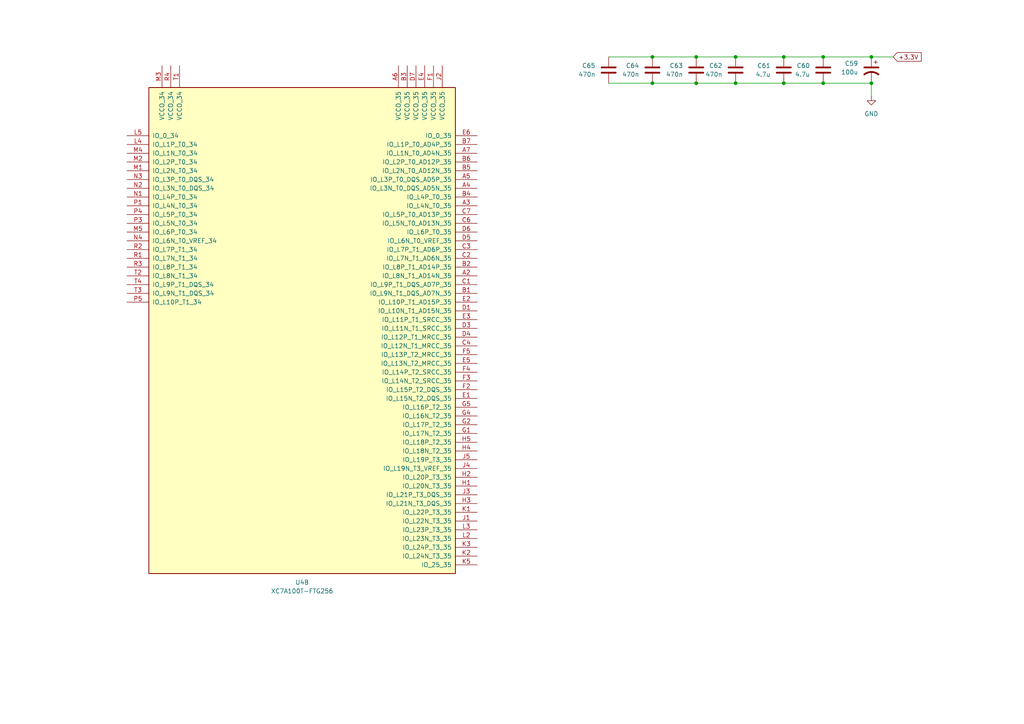
<source format=kicad_sch>
(kicad_sch (version 20231120) (generator "eeschema") (generator_version "8.0")
  (paper "A4")
  (lib_symbols
    (symbol "Device:C" (pin_numbers hide) (pin_names (offset 0.254))
      (property "Reference" "C" (at 0.635 2.54 0))
      (property "Value" "C" (at 0.635 -2.54 0))
      (symbol "C_0_1"
        (polyline (pts (xy -2.032 -0.762) (xy 2.032 -0.762)) (stroke (width 0.508)))
        (polyline (pts (xy -2.032 0.762) (xy 2.032 0.762)) (stroke (width 0.508)))
      )
      (symbol "C_1_1"
        (pin passive line (at 0 3.81 270) (length 2.794) (name "~") (number "1"))
        (pin passive line (at 0 -3.81 90) (length 2.794) (name "~") (number "2"))
      )
    )
    (symbol "Device:C_Polarized_US" (pin_numbers hide) (pin_names (offset 0.254) hide)
      (property "Reference" "C" (at 0.635 2.54 0))
      (property "Value" "C_Polarized_US" (at 0.635 -2.54 0))
      (symbol "C_Polarized_US_0_1"
        (polyline (pts (xy -2.032 0.762) (xy 2.032 0.762)) (stroke (width 0.508)))
        (polyline (pts (xy -1.778 2.286) (xy -0.762 2.286)))
        (polyline (pts (xy -1.27 1.778) (xy -1.27 2.794)))
        (arc (start 2.032 -1.27) (mid 0 -0.5572) (end -2.032 -1.27) (stroke (width 0.508)))
      )
      (symbol "C_Polarized_US_1_1"
        (pin passive line (at 0 3.81 270) (length 2.794) (name "~") (number "1"))
        (pin passive line (at 0 -3.81 90) (length 3.302) (name "~") (number "2"))
      )
    )
    (symbol "FPGA_Xilinx_Artix7:XC7A100T-FTG256" (pin_names (offset 1.016))
      (property "Reference" "U" (at 0 1.27 0))
      (property "Value" "XC7A100T-FTG256" (at 0 -1.27 0))
      (symbol "XC7A100T-FTG256_1_1"
        (rectangle (start -44.45 67.31) (end 44.45 -73.66) (stroke (width 0.254)) (fill (type background)))
        (pin bidirectional line (at 50.8 38.1 180) (length 6.35) (name "IO_L3N_T0_DQS_AD1N_15") (number "A10"))
        (pin bidirectional line (at 50.8 27.94 180) (length 6.35) (name "IO_L5N_T0_AD9N_15") (number "A12"))
        (pin bidirectional line (at 50.8 20.32 180) (length 6.35) (name "IO_L7P_T1_AD2P_15") (number "A13"))
        (pin bidirectional line (at 50.8 17.78 180) (length 6.35) (name "IO_L7N_T1_AD2N_15") (number "A14"))
        (pin bidirectional line (at 50.8 7.62 180) (length 6.35) (name "IO_L9N_T1_DQS_AD3N_15") (number "A15"))
        (pin power_in line (at 27.94 73.66 270) (length 6.35) (name "VCCO_15") (number "A16"))
        (pin bidirectional line (at 50.8 45.72 180) (length 6.35) (name "IO_L2P_T0_AD8P_15") (number "A8"))
        (pin bidirectional line (at 50.8 43.18 180) (length 6.35) (name "IO_L2N_T0_AD8N_15") (number "A9"))
        (pin bidirectional line (at 50.8 35.56 180) (length 6.35) (name "IO_L4P_T0_15") (number "B10"))
        (pin bidirectional line (at 50.8 33.02 180) (length 6.35) (name "IO_L4N_T0_15") (number "B11"))
        (pin bidirectional line (at 50.8 30.48 180) (length 6.35) (name "IO_L5P_T0_AD9P_15") (number "B12"))
        (pin power_in line (at 30.48 73.66 270) (length 6.35) (name "VCCO_15") (number "B13"))
        (pin bidirectional line (at 50.8 12.7 180) (length 6.35) (name "IO_L8N_T1_AD10N_15") (number "B14"))
        (pin bidirectional line (at 50.8 10.16 180) (length 6.35) (name "IO_L9P_T1_DQS_AD3P_15") (number "B15"))
        (pin bidirectional line (at 50.8 2.54 180) (length 6.35) (name "IO_L10N_T1_AD11N_15") (number "B16"))
        (pin bidirectional line (at 50.8 40.64 180) (length 6.35) (name "IO_L3P_T0_DQS_AD1P_15") (number "B9"))
        (pin power_in line (at 33.02 73.66 270) (length 6.35) (name "VCCO_15") (number "C10"))
        (pin bidirectional line (at 50.8 0 180) (length 6.35) (name "IO_L11P_T1_SRCC_15") (number "C11"))
        (pin bidirectional line (at 50.8 -2.54 180) (length 6.35) (name "IO_L11N_T1_SRCC_15") (number "C12"))
        (pin bidirectional line (at 50.8 -7.62 180) (length 6.35) (name "IO_L12N_T1_MRCC_15") (number "C13"))
        (pin bidirectional line (at 50.8 15.24 180) (length 6.35) (name "IO_L8P_T1_AD10P_15") (number "C14"))
        (pin bidirectional line (at 50.8 5.08 180) (length 6.35) (name "IO_L10P_T1_AD11P_15") (number "C16"))
        (pin bidirectional line (at 50.8 50.8 180) (length 6.35) (name "IO_L1P_T0_AD0P_15") (number "C8"))
        (pin bidirectional line (at 50.8 48.26 180) (length 6.35) (name "IO_L1N_T0_AD0N_15") (number "C9"))
        (pin bidirectional line (at 50.8 53.34 180) (length 6.35) (name "IO_0_15") (number "D10"))
        (pin bidirectional line (at 50.8 -17.78 180) (length 6.35) (name "IO_L14N_T2_SRCC_15") (number "D11"))
        (pin bidirectional line (at 50.8 -5.08 180) (length 6.35) (name "IO_L12P_T1_MRCC_15") (number "D13"))
        (pin bidirectional line (at 50.8 -20.32 180) (length 6.35) (name "IO_L15P_T2_DQS_15") (number "D14"))
        (pin bidirectional line (at 50.8 -22.86 180) (length 6.35) (name "IO_L15N_T2_DQS_ADV_B_15") (number "D15"))
        (pin bidirectional line (at 50.8 -33.02 180) (length 6.35) (name "IO_L17N_T2_A25_15") (number "D16"))
        (pin bidirectional line (at 50.8 25.4 180) (length 6.35) (name "IO_L6P_T0_15") (number "D8"))
        (pin bidirectional line (at 50.8 22.86 180) (length 6.35) (name "IO_L6N_T0_VREF_15") (number "D9"))
        (pin bidirectional line (at 50.8 -15.24 180) (length 6.35) (name "IO_L14P_T2_SRCC_15") (number "E11"))
        (pin bidirectional line (at 50.8 -10.16 180) (length 6.35) (name "IO_L13P_T2_MRCC_15") (number "E12"))
        (pin bidirectional line (at 50.8 -12.7 180) (length 6.35) (name "IO_L13N_T2_MRCC_15") (number "E13"))
        (pin power_in line (at 35.56 73.66 270) (length 6.35) (name "VCCO_15") (number "E14"))
        (pin bidirectional line (at 50.8 -38.1 180) (length 6.35) (name "IO_L18N_T2_A23_15") (number "E15"))
        (pin bidirectional line (at 50.8 -30.48 180) (length 6.35) (name "IO_L17P_T2_A26_15") (number "E16"))
        (pin bidirectional line (at 50.8 -25.4 180) (length 6.35) (name "IO_L16P_T2_A28_15") (number "F12"))
        (pin bidirectional line (at 50.8 -27.94 180) (length 6.35) (name "IO_L16N_T2_A27_15") (number "F13"))
        (pin bidirectional line (at 50.8 -53.34 180) (length 6.35) (name "IO_L21N_T3_DQS_A18_15") (number "F14"))
        (pin bidirectional line (at 50.8 -35.56 180) (length 6.35) (name "IO_L18P_T2_A24_15") (number "F15"))
        (pin bidirectional line (at 50.8 -71.12 180) (length 6.35) (name "IO_25_15") (number "G11"))
        (pin bidirectional line (at 50.8 -43.18 180) (length 6.35) (name "IO_L19N_T3_A21_VREF_15") (number "G12"))
        (pin bidirectional line (at 50.8 -50.8 180) (length 6.35) (name "IO_L21P_T3_DQS_15") (number "G14"))
        (pin bidirectional line (at 50.8 -68.58 180) (length 6.35) (name "IO_L24N_T3_RS0_15") (number "G15"))
        (pin bidirectional line (at 50.8 -58.42 180) (length 6.35) (name "IO_L22N_T3_A16_15") (number "G16"))
        (pin bidirectional line (at 50.8 -40.64 180) (length 6.35) (name "IO_L19P_T3_A22_15") (number "H11"))
        (pin bidirectional line (at 50.8 -45.72 180) (length 6.35) (name "IO_L20P_T3_A20_15") (number "H12"))
        (pin bidirectional line (at 50.8 -48.26 180) (length 6.35) (name "IO_L20N_T3_A19_15") (number "H13"))
        (pin bidirectional line (at 50.8 -66.04 180) (length 6.35) (name "IO_L24P_T3_RS1_15") (number "H14"))
        (pin power_in line (at 38.1 73.66 270) (length 6.35) (name "VCCO_15") (number "H15"))
        (pin bidirectional line (at 50.8 -55.88 180) (length 6.35) (name "IO_L22P_T3_A17_15") (number "H16"))
        (pin power_in line (at 40.64 73.66 270) (length 6.35) (name "VCCO_15") (number "J12"))
        (pin bidirectional line (at -50.8 50.8 0) (length 6.35) (name "IO_L1P_T0_D00_MOSI_14") (number "J13"))
        (pin bidirectional line (at -50.8 48.26 0) (length 6.35) (name "IO_L1N_T0_D01_DIN_14") (number "J14"))
        (pin bidirectional line (at 50.8 -60.96 180) (length 6.35) (name "IO_L23P_T3_FOE_B_15") (number "J15"))
        (pin bidirectional line (at 50.8 -63.5 180) (length 6.35) (name "IO_L23N_T3_FWE_B_15") (number "J16"))
        (pin bidirectional line (at -50.8 53.34 0) (length 6.35) (name "IO_0_14") (number "K12"))
        (pin bidirectional line (at -50.8 30.48 0) (length 6.35) (name "IO_L5P_T0_D06_14") (number "K13"))
        (pin bidirectional line (at -50.8 45.72 0) (length 6.35) (name "IO_L2P_T0_D02_14") (number "K15"))
        (pin bidirectional line (at -50.8 43.18 0) (length 6.35) (name "IO_L2N_T0_D03_14") (number "K16"))
        (pin bidirectional line (at -50.8 25.4 0) (length 6.35) (name "IO_L6P_T0_FCS_B_14") (number "L12"))
        (pin bidirectional line (at -50.8 27.94 0) (length 6.35) (name "IO_L5N_T0_D07_14") (number "L13"))
        (pin bidirectional line (at -50.8 35.56 0) (length 6.35) (name "IO_L4P_T0_D04_14") (number "L14"))
        (pin bidirectional line (at -50.8 40.64 0) (length 6.35) (name "IO_L3P_T0_DQS_PUDC_B_14") (number "L15"))
        (pin power_in line (at -40.64 73.66 270) (length 6.35) (name "VCCO_14") (number "L16"))
        (pin bidirectional line (at -50.8 22.86 0) (length 6.35) (name "IO_L6N_T0_D08_VREF_14") (number "M12"))
        (pin power_in line (at -38.1 73.66 270) (length 6.35) (name "VCCO_14") (number "M13"))
        (pin bidirectional line (at -50.8 33.02 0) (length 6.35) (name "IO_L4N_T0_D05_14") (number "M14"))
        (pin bidirectional line (at -50.8 38.1 0) (length 6.35) (name "IO_L3N_T0_DQS_EMCCLK_14") (number "M15"))
        (pin bidirectional line (at -50.8 20.32 0) (length 6.35) (name "IO_L7P_T1_D09_14") (number "M16"))
        (pin bidirectional line (at -50.8 -40.64 0) (length 6.35) (name "IO_L19P_T3_A10_D26_14") (number "M6"))
        (pin power_in line (at -35.56 73.66 270) (length 6.35) (name "VCCO_14") (number "N10"))
        (pin bidirectional line (at -50.8 -10.16 0) (length 6.35) (name "IO_L13P_T2_MRCC_14") (number "N11"))
        (pin bidirectional line (at -50.8 -12.7 0) (length 6.35) (name "IO_L13N_T2_MRCC_14") (number "N12"))
        (pin bidirectional line (at -50.8 0 0) (length 6.35) (name "IO_L11P_T1_SRCC_14") (number "N13"))
        (pin bidirectional line (at -50.8 -5.08 0) (length 6.35) (name "IO_L12P_T1_MRCC_14") (number "N14"))
        (pin bidirectional line (at -50.8 17.78 0) (length 6.35) (name "IO_L7N_T1_D10_14") (number "N16"))
        (pin bidirectional line (at -50.8 -43.18 0) (length 6.35) (name "IO_L19N_T3_A09_D25_VREF_14") (number "N6"))
        (pin bidirectional line (at -50.8 -35.56 0) (length 6.35) (name "IO_L18P_T2_A12_D28_14") (number "N9"))
        (pin bidirectional line (at -50.8 -15.24 0) (length 6.35) (name "IO_L14P_T2_SRCC_14") (number "P10"))
        (pin bidirectional line (at -50.8 -17.78 0) (length 6.35) (name "IO_L14N_T2_SRCC_14") (number "P11"))
        (pin bidirectional line (at -50.8 -2.54 0) (length 6.35) (name "IO_L11N_T1_SRCC_14") (number "P13"))
        (pin bidirectional line (at -50.8 -7.62 0) (length 6.35) (name "IO_L12N_T1_MRCC_14") (number "P14"))
        (pin bidirectional line (at -50.8 15.24 0) (length 6.35) (name "IO_L8P_T1_D11_14") (number "P15"))
        (pin bidirectional line (at -50.8 12.7 0) (length 6.35) (name "IO_L8N_T1_D12_14") (number "P16"))
        (pin bidirectional line (at -50.8 -71.12 0) (length 6.35) (name "IO_25_14") (number "P6"))
        (pin power_in line (at -33.02 73.66 270) (length 6.35) (name "VCCO_14") (number "P7"))
        (pin bidirectional line (at -50.8 -45.72 0) (length 6.35) (name "IO_L20P_T3_A08_D24_14") (number "P8"))
        (pin bidirectional line (at -50.8 -38.1 0) (length 6.35) (name "IO_L18N_T2_A11_D27_14") (number "P9"))
        (pin bidirectional line (at -50.8 -30.48 0) (length 6.35) (name "IO_L17P_T2_A14_D30_14") (number "R10"))
        (pin bidirectional line (at -50.8 -33.02 0) (length 6.35) (name "IO_L17N_T2_A13_D29_14") (number "R11"))
        (pin bidirectional line (at -50.8 -20.32 0) (length 6.35) (name "IO_L15P_T2_DQS_RDWR_B_14") (number "R12"))
        (pin bidirectional line (at -50.8 -25.4 0) (length 6.35) (name "IO_L16P_T2_CSI_B_14") (number "R13"))
        (pin power_in line (at -30.48 73.66 270) (length 6.35) (name "VCCO_14") (number "R14"))
        (pin bidirectional line (at -50.8 10.16 0) (length 6.35) (name "IO_L9P_T1_DQS_14") (number "R15"))
        (pin bidirectional line (at -50.8 7.62 0) (length 6.35) (name "IO_L9N_T1_DQS_D13_14") (number "R16"))
        (pin bidirectional line (at -50.8 -60.96 0) (length 6.35) (name "IO_L23P_T3_A03_D19_14") (number "R5"))
        (pin bidirectional line (at -50.8 -66.04 0) (length 6.35) (name "IO_L24P_T3_A01_D17_14") (number "R6"))
        (pin bidirectional line (at -50.8 -68.58 0) (length 6.35) (name "IO_L24N_T3_A00_D16_14") (number "R7"))
        (pin bidirectional line (at -50.8 -48.26 0) (length 6.35) (name "IO_L20N_T3_A07_D23_14") (number "R8"))
        (pin bidirectional line (at -50.8 -58.42 0) (length 6.35) (name "IO_L22N_T3_A04_D20_14") (number "T10"))
        (pin power_in line (at -27.94 73.66 270) (length 6.35) (name "VCCO_14") (number "T11"))
        (pin bidirectional line (at -50.8 -22.86 0) (length 6.35) (name "IO_L15N_T2_DQS_DOUT_CSO_B_14") (number "T12"))
        (pin bidirectional line (at -50.8 -27.94 0) (length 6.35) (name "IO_L16N_T2_A15_D31_14") (number "T13"))
        (pin bidirectional line (at -50.8 5.08 0) (length 6.35) (name "IO_L10P_T1_D14_14") (number "T14"))
        (pin bidirectional line (at -50.8 2.54 0) (length 6.35) (name "IO_L10N_T1_D15_14") (number "T15"))
        (pin bidirectional line (at -50.8 -63.5 0) (length 6.35) (name "IO_L23N_T3_A02_D18_14") (number "T5"))
        (pin bidirectional line (at -50.8 -50.8 0) (length 6.35) (name "IO_L21P_T3_DQS_14") (number "T7"))
        (pin bidirectional line (at -50.8 -53.34 0) (length 6.35) (name "IO_L21N_T3_DQS_A06_D22_14") (number "T8"))
        (pin bidirectional line (at -50.8 -55.88 0) (length 6.35) (name "IO_L22P_T3_A05_D21_14") (number "T9"))
      )
      (symbol "XC7A100T-FTG256_2_1"
        (rectangle (start -44.45 67.31) (end 44.45 -73.66) (stroke (width 0.254)) (fill (type background)))
        (pin bidirectional line (at 50.8 12.7 180) (length 6.35) (name "IO_L8N_T1_AD14N_35") (number "A2"))
        (pin bidirectional line (at 50.8 33.02 180) (length 6.35) (name "IO_L4N_T0_35") (number "A3"))
        (pin bidirectional line (at 50.8 38.1 180) (length 6.35) (name "IO_L3N_T0_DQS_AD5N_35") (number "A4"))
        (pin bidirectional line (at 50.8 40.64 180) (length 6.35) (name "IO_L3P_T0_DQS_AD5P_35") (number "A5"))
        (pin power_in line (at 27.94 73.66 270) (length 6.35) (name "VCCO_35") (number "A6"))
        (pin bidirectional line (at 50.8 48.26 180) (length 6.35) (name "IO_L1N_T0_AD4N_35") (number "A7"))
        (pin bidirectional line (at 50.8 7.62 180) (length 6.35) (name "IO_L9N_T1_DQS_AD7N_35") (number "B1"))
        (pin bidirectional line (at 50.8 15.24 180) (length 6.35) (name "IO_L8P_T1_AD14P_35") (number "B2"))
        (pin power_in line (at 30.48 73.66 270) (length 6.35) (name "VCCO_35") (number "B3"))
        (pin bidirectional line (at 50.8 35.56 180) (length 6.35) (name "IO_L4P_T0_35") (number "B4"))
        (pin bidirectional line (at 50.8 43.18 180) (length 6.35) (name "IO_L2N_T0_AD12N_35") (number "B5"))
        (pin bidirectional line (at 50.8 45.72 180) (length 6.35) (name "IO_L2P_T0_AD12P_35") (number "B6"))
        (pin bidirectional line (at 50.8 50.8 180) (length 6.35) (name "IO_L1P_T0_AD4P_35") (number "B7"))
        (pin bidirectional line (at 50.8 10.16 180) (length 6.35) (name "IO_L9P_T1_DQS_AD7P_35") (number "C1"))
        (pin bidirectional line (at 50.8 17.78 180) (length 6.35) (name "IO_L7N_T1_AD6N_35") (number "C2"))
        (pin bidirectional line (at 50.8 20.32 180) (length 6.35) (name "IO_L7P_T1_AD6P_35") (number "C3"))
        (pin bidirectional line (at 50.8 -7.62 180) (length 6.35) (name "IO_L12N_T1_MRCC_35") (number "C4"))
        (pin bidirectional line (at 50.8 27.94 180) (length 6.35) (name "IO_L5N_T0_AD13N_35") (number "C6"))
        (pin bidirectional line (at 50.8 30.48 180) (length 6.35) (name "IO_L5P_T0_AD13P_35") (number "C7"))
        (pin bidirectional line (at 50.8 2.54 180) (length 6.35) (name "IO_L10N_T1_AD15N_35") (number "D1"))
        (pin bidirectional line (at 50.8 -2.54 180) (length 6.35) (name "IO_L11N_T1_SRCC_35") (number "D3"))
        (pin bidirectional line (at 50.8 -5.08 180) (length 6.35) (name "IO_L12P_T1_MRCC_35") (number "D4"))
        (pin bidirectional line (at 50.8 22.86 180) (length 6.35) (name "IO_L6N_T0_VREF_35") (number "D5"))
        (pin bidirectional line (at 50.8 25.4 180) (length 6.35) (name "IO_L6P_T0_35") (number "D6"))
        (pin power_in line (at 33.02 73.66 270) (length 6.35) (name "VCCO_35") (number "D7"))
        (pin bidirectional line (at 50.8 -22.86 180) (length 6.35) (name "IO_L15N_T2_DQS_35") (number "E1"))
        (pin bidirectional line (at 50.8 5.08 180) (length 6.35) (name "IO_L10P_T1_AD15P_35") (number "E2"))
        (pin bidirectional line (at 50.8 0 180) (length 6.35) (name "IO_L11P_T1_SRCC_35") (number "E3"))
        (pin power_in line (at 35.56 73.66 270) (length 6.35) (name "VCCO_35") (number "E4"))
        (pin bidirectional line (at 50.8 -12.7 180) (length 6.35) (name "IO_L13N_T2_MRCC_35") (number "E5"))
        (pin bidirectional line (at 50.8 53.34 180) (length 6.35) (name "IO_0_35") (number "E6"))
        (pin power_in line (at 38.1 73.66 270) (length 6.35) (name "VCCO_35") (number "F1"))
        (pin bidirectional line (at 50.8 -20.32 180) (length 6.35) (name "IO_L15P_T2_DQS_35") (number "F2"))
        (pin bidirectional line (at 50.8 -17.78 180) (length 6.35) (name "IO_L14N_T2_SRCC_35") (number "F3"))
        (pin bidirectional line (at 50.8 -15.24 180) (length 6.35) (name "IO_L14P_T2_SRCC_35") (number "F4"))
        (pin bidirectional line (at 50.8 -10.16 180) (length 6.35) (name "IO_L13P_T2_MRCC_35") (number "F5"))
        (pin bidirectional line (at 50.8 -33.02 180) (length 6.35) (name "IO_L17N_T2_35") (number "G1"))
        (pin bidirectional line (at 50.8 -30.48 180) (length 6.35) (name "IO_L17P_T2_35") (number "G2"))
        (pin bidirectional line (at 50.8 -27.94 180) (length 6.35) (name "IO_L16N_T2_35") (number "G4"))
        (pin bidirectional line (at 50.8 -25.4 180) (length 6.35) (name "IO_L16P_T2_35") (number "G5"))
        (pin bidirectional line (at 50.8 -48.26 180) (length 6.35) (name "IO_L20N_T3_35") (number "H1"))
        (pin bidirectional line (at 50.8 -45.72 180) (length 6.35) (name "IO_L20P_T3_35") (number "H2"))
        (pin bidirectional line (at 50.8 -53.34 180) (length 6.35) (name "IO_L21N_T3_DQS_35") (number "H3"))
        (pin bidirectional line (at 50.8 -38.1 180) (length 6.35) (name "IO_L18N_T2_35") (number "H4"))
        (pin bidirectional line (at 50.8 -35.56 180) (length 6.35) (name "IO_L18P_T2_35") (number "H5"))
        (pin bidirectional line (at 50.8 -58.42 180) (length 6.35) (name "IO_L22N_T3_35") (number "J1"))
        (pin power_in line (at 40.64 73.66 270) (length 6.35) (name "VCCO_35") (number "J2"))
        (pin bidirectional line (at 50.8 -50.8 180) (length 6.35) (name "IO_L21P_T3_DQS_35") (number "J3"))
        (pin bidirectional line (at 50.8 -43.18 180) (length 6.35) (name "IO_L19N_T3_VREF_35") (number "J4"))
        (pin bidirectional line (at 50.8 -40.64 180) (length 6.35) (name "IO_L19P_T3_35") (number "J5"))
        (pin bidirectional line (at 50.8 -55.88 180) (length 6.35) (name "IO_L22P_T3_35") (number "K1"))
        (pin bidirectional line (at 50.8 -68.58 180) (length 6.35) (name "IO_L24N_T3_35") (number "K2"))
        (pin bidirectional line (at 50.8 -66.04 180) (length 6.35) (name "IO_L24P_T3_35") (number "K3"))
        (pin bidirectional line (at 50.8 -71.12 180) (length 6.35) (name "IO_25_35") (number "K5"))
        (pin bidirectional line (at 50.8 -63.5 180) (length 6.35) (name "IO_L23N_T3_35") (number "L2"))
        (pin bidirectional line (at 50.8 -60.96 180) (length 6.35) (name "IO_L23P_T3_35") (number "L3"))
        (pin bidirectional line (at -50.8 50.8 0) (length 6.35) (name "IO_L1P_T0_34") (number "L4"))
        (pin bidirectional line (at -50.8 53.34 0) (length 6.35) (name "IO_0_34") (number "L5"))
        (pin bidirectional line (at -50.8 43.18 0) (length 6.35) (name "IO_L2N_T0_34") (number "M1"))
        (pin bidirectional line (at -50.8 45.72 0) (length 6.35) (name "IO_L2P_T0_34") (number "M2"))
        (pin power_in line (at -40.64 73.66 270) (length 6.35) (name "VCCO_34") (number "M3"))
        (pin bidirectional line (at -50.8 48.26 0) (length 6.35) (name "IO_L1N_T0_34") (number "M4"))
        (pin bidirectional line (at -50.8 25.4 0) (length 6.35) (name "IO_L6P_T0_34") (number "M5"))
        (pin bidirectional line (at -50.8 35.56 0) (length 6.35) (name "IO_L4P_T0_34") (number "N1"))
        (pin bidirectional line (at -50.8 38.1 0) (length 6.35) (name "IO_L3N_T0_DQS_34") (number "N2"))
        (pin bidirectional line (at -50.8 40.64 0) (length 6.35) (name "IO_L3P_T0_DQS_34") (number "N3"))
        (pin bidirectional line (at -50.8 22.86 0) (length 6.35) (name "IO_L6N_T0_VREF_34") (number "N4"))
        (pin bidirectional line (at -50.8 33.02 0) (length 6.35) (name "IO_L4N_T0_34") (number "P1"))
        (pin bidirectional line (at -50.8 27.94 0) (length 6.35) (name "IO_L5N_T0_34") (number "P3"))
        (pin bidirectional line (at -50.8 30.48 0) (length 6.35) (name "IO_L5P_T0_34") (number "P4"))
        (pin bidirectional line (at -50.8 5.08 0) (length 6.35) (name "IO_L10P_T1_34") (number "P5"))
        (pin bidirectional line (at -50.8 17.78 0) (length 6.35) (name "IO_L7N_T1_34") (number "R1"))
        (pin bidirectional line (at -50.8 20.32 0) (length 6.35) (name "IO_L7P_T1_34") (number "R2"))
        (pin bidirectional line (at -50.8 15.24 0) (length 6.35) (name "IO_L8P_T1_34") (number "R3"))
        (pin power_in line (at -38.1 73.66 270) (length 6.35) (name "VCCO_34") (number "R4"))
        (pin power_in line (at -35.56 73.66 270) (length 6.35) (name "VCCO_34") (number "T1"))
        (pin bidirectional line (at -50.8 12.7 0) (length 6.35) (name "IO_L8N_T1_34") (number "T2"))
        (pin bidirectional line (at -50.8 7.62 0) (length 6.35) (name "IO_L9N_T1_DQS_34") (number "T3"))
        (pin bidirectional line (at -50.8 10.16 0) (length 6.35) (name "IO_L9P_T1_DQS_34") (number "T4"))
      )
      (symbol "XC7A100T-FTG256_3_1"
        (rectangle (start -31.75 34.29) (end 31.75 -40.64) (stroke (width 0.254)) (fill (type background)))
        (pin bidirectional line (at 38.1 -15.24 180) (length 6.35) (name "CFGBVS_0") (number "E7"))
        (pin bidirectional line (at 38.1 7.62 180) (length 6.35) (name "CCLK_0") (number "E8"))
        (pin bidirectional line (at 38.1 -5.08 180) (length 6.35) (name "DONE_0") (number "H10"))
        (pin bidirectional line (at 38.1 -30.48 180) (length 6.35) (name "VREFN_0") (number "H7"))
        (pin bidirectional line (at 38.1 -20.32 180) (length 6.35) (name "VP_0") (number "H8"))
        (pin bidirectional line (at 38.1 -22.86 180) (length 6.35) (name "VN_0") (number "J7"))
        (pin bidirectional line (at 38.1 -27.94 180) (length 6.35) (name "VREFP_0") (number "J8"))
        (pin bidirectional line (at 38.1 -7.62 180) (length 6.35) (name "INIT_B_0") (number "K10"))
        (pin bidirectional line (at 38.1 -38.1 180) (length 6.35) (name "DXN_0") (number "K7"))
        (pin bidirectional line (at 38.1 -35.56 180) (length 6.35) (name "DXP_0") (number "K8"))
        (pin power_in line (at 27.94 40.64 270) (length 6.35) (name "VCCO_0") (number "L6"))
        (pin bidirectional line (at 38.1 12.7 180) (length 6.35) (name "TCK_0") (number "L7"))
        (pin bidirectional line (at 38.1 -10.16 180) (length 6.35) (name "PROGRAM_B_0") (number "L9"))
        (pin bidirectional line (at 38.1 2.54 180) (length 6.35) (name "M1_0") (number "M10"))
        (pin bidirectional line (at 38.1 0 180) (length 6.35) (name "M2_0") (number "M11"))
        (pin bidirectional line (at 38.1 15.24 180) (length 6.35) (name "TMS_0") (number "M7"))
        (pin bidirectional line (at 38.1 5.08 180) (length 6.35) (name "M0_0") (number "M9"))
        (pin bidirectional line (at 38.1 20.32 180) (length 6.35) (name "TDI_0") (number "N7"))
        (pin bidirectional line (at 38.1 17.78 180) (length 6.35) (name "TDO_0") (number "N8"))
      )
      (symbol "XC7A100T-FTG256_4_1"
        (rectangle (start -19.05 35.56) (end 19.05 -35.56) (stroke (width 0.254)) (fill (type background)))
        (pin power_in line (at -25.4 2.54 0) (length 6.35) (name "GND") (number "A1"))
        (pin power_in line (at -25.4 0 0) (length 6.35) (name "GND") (number "A11"))
        (pin power_in line (at -25.4 -2.54 0) (length 6.35) (name "GND") (number "B8"))
        (pin power_in line (at -25.4 -7.62 0) (length 6.35) (name "GND") (number "C15"))
        (pin power_in line (at -25.4 -5.08 0) (length 6.35) (name "GND") (number "C5"))
        (pin power_in line (at -25.4 -12.7 0) (length 6.35) (name "GND") (number "D12"))
        (pin power_in line (at -25.4 -10.16 0) (length 6.35) (name "GND") (number "D2"))
        (pin power_in line (at -25.4 12.7 0) (length 6.35) (name "VCCBRAM") (number "E10"))
        (pin power_in line (at -25.4 -15.24 0) (length 6.35) (name "GND") (number "E9"))
        (pin power_in line (at -25.4 -20.32 0) (length 6.35) (name "GND") (number "F10"))
        (pin power_in line (at -25.4 10.16 0) (length 6.35) (name "VCCBRAM") (number "F11"))
        (pin power_in line (at -25.4 -22.86 0) (length 6.35) (name "GND") (number "F16"))
        (pin power_in line (at -25.4 -17.78 0) (length 6.35) (name "GND") (number "F6"))
        (pin power_in line (at 25.4 33.02 180) (length 6.35) (name "VCCINT") (number "F7"))
        (pin power_in line (at -25.4 15.24 0) (length 6.35) (name "VCCBATT_0") (number "F8"))
        (pin power_in line (at 25.4 30.48 180) (length 6.35) (name "VCCINT") (number "F9"))
        (pin power_in line (at -25.4 33.02 0) (length 6.35) (name "VCCAUX") (number "G10"))
        (pin power_in line (at -25.4 -30.48 0) (length 6.35) (name "GND") (number "G13"))
        (pin power_in line (at -25.4 -25.4 0) (length 6.35) (name "GND") (number "G3"))
        (pin power_in line (at 25.4 27.94 180) (length 6.35) (name "VCCINT") (number "G6"))
        (pin power_in line (at -25.4 20.32 0) (length 6.35) (name "GNDADC_0") (number "G7"))
        (pin power_in line (at -25.4 17.78 0) (length 6.35) (name "VCCADC_0") (number "G8"))
        (pin power_in line (at -25.4 -27.94 0) (length 6.35) (name "GND") (number "G9"))
        (pin power_in line (at -25.4 -33.02 0) (length 6.35) (name "GND") (number "H6"))
        (pin power_in line (at 25.4 25.4 180) (length 6.35) (name "VCCINT") (number "H9"))
        (pin power_in line (at -25.4 30.48 0) (length 6.35) (name "VCCAUX") (number "J10"))
        (pin power_in line (at 25.4 0 180) (length 6.35) (name "GND") (number "J11"))
        (pin power_in line (at 25.4 22.86 180) (length 6.35) (name "VCCINT") (number "J6"))
        (pin power_in line (at 25.4 2.54 180) (length 6.35) (name "GND") (number "J9"))
        (pin power_in line (at -25.4 27.94 0) (length 6.35) (name "VCCAUX") (number "K11"))
        (pin power_in line (at 25.4 -7.62 180) (length 6.35) (name "GND") (number "K14"))
        (pin power_in line (at 25.4 -2.54 180) (length 6.35) (name "GND") (number "K4"))
        (pin power_in line (at 25.4 -5.08 180) (length 6.35) (name "GND") (number "K6"))
        (pin power_in line (at 25.4 20.32 180) (length 6.35) (name "VCCINT") (number "K9"))
        (pin power_in line (at 25.4 -10.16 180) (length 6.35) (name "GND") (number "L1"))
        (pin power_in line (at -25.4 25.4 0) (length 6.35) (name "VCCAUX") (number "L10"))
        (pin power_in line (at 25.4 -12.7 180) (length 6.35) (name "GND") (number "L11"))
        (pin power_in line (at 25.4 17.78 180) (length 6.35) (name "VCCINT") (number "L8"))
        (pin power_in line (at 25.4 -15.24 180) (length 6.35) (name "GND") (number "M8"))
        (pin power_in line (at 25.4 -20.32 180) (length 6.35) (name "GND") (number "N15"))
        (pin power_in line (at 25.4 -17.78 180) (length 6.35) (name "GND") (number "N5"))
        (pin power_in line (at 25.4 -25.4 180) (length 6.35) (name "GND") (number "P12"))
        (pin power_in line (at 25.4 -22.86 180) (length 6.35) (name "GND") (number "P2"))
        (pin power_in line (at 25.4 -27.94 180) (length 6.35) (name "GND") (number "R9"))
        (pin power_in line (at 25.4 -33.02 180) (length 6.35) (name "GND") (number "T16"))
        (pin power_in line (at 25.4 -30.48 180) (length 6.35) (name "GND") (number "T6"))
      )
    )
    (symbol "power:GND" (power) (pin_numbers hide) (pin_names (offset 0) hide)
      (property "Value" "GND" (at 0 -3.81 0))
      (symbol "GND_0_1"
        (polyline (pts (xy 0 0) (xy 0 -1.27) (xy 1.27 -1.27) (xy 0 -2.54) (xy -1.27 -1.27) (xy 0 -1.27)))
      )
      (symbol "GND_1_1"
        (pin power_in line (at 0 0 270) (length 0) (name "~") (number "1"))
      )
    )
  )
  (junction (at 189.23 24.13))
  (junction (at 189.23 16.51))
  (junction (at 201.93 16.51))
  (junction (at 252.73 24.13))
  (junction (at 238.76 24.13))
  (junction (at 227.33 16.51))
  (junction (at 213.36 16.51))
  (junction (at 252.73 16.51))
  (junction (at 238.76 16.51))
  (junction (at 201.93 24.13))
  (junction (at 213.36 24.13))
  (junction (at 227.33 24.13))
  (wire (pts (xy 227.33 24.13) (xy 213.36 24.13)))
  (wire (pts (xy 189.23 16.51) (xy 176.53 16.51)))
  (wire (pts (xy 252.73 16.51) (xy 238.76 16.51)))
  (wire (pts (xy 252.73 24.13) (xy 252.73 27.94)))
  (wire (pts (xy 213.36 24.13) (xy 201.93 24.13)))
  (wire (pts (xy 201.93 24.13) (xy 189.23 24.13)))
  (wire (pts (xy 201.93 16.51) (xy 189.23 16.51)))
  (wire (pts (xy 213.36 16.51) (xy 201.93 16.51)))
  (wire (pts (xy 189.23 24.13) (xy 176.53 24.13)))
  (wire (pts (xy 238.76 16.51) (xy 227.33 16.51)))
  (wire (pts (xy 259.08 16.51) (xy 252.73 16.51)))
  (wire (pts (xy 252.73 24.13) (xy 238.76 24.13)))
  (wire (pts (xy 238.76 24.13) (xy 227.33 24.13)))
  (wire (pts (xy 227.33 16.51) (xy 213.36 16.51)))
  (global_label "+3.3V" (shape input) (at 259.08 16.51 0) (property "Intersheetrefs" "${INTERSHEET_REFS}" (effects (hide yes))))
  (symbol (lib_id "power:GND") (at 252.73 27.94 0) (mirror y) (unit 1)
    (property "Reference" "#PWR035" (effects (hide yes)))
    (property "Value" "GND" (at 252.73 33.02 0))
    (property "Description" "Power symbol creates a global label with name \"GND\" , ground" (effects (hide yes)))
  )
  (symbol (lib_id "Device:C") (at 189.23 20.32 0) (mirror y) (unit 1)
    (property "Reference" "C64" (at 185.42 19.0499 0) (effects (justify left)))
    (property "Value" "470n" (at 185.42 21.5899 0) (effects (justify left)))
    (property "Description" "Unpolarized capacitor" (effects (hide yes)))
  )
  (symbol (lib_id "FPGA_Xilinx_Artix7:XC7A100T-FTG256") (at 87.63 92.71 0) (unit 2)
    (property "Reference" "U4" (at 87.63 168.91 0))
    (property "Value" "XC7A100T-FTG256" (at 87.63 171.45 0))
    (property "Description" "Artix 7 T 100 XC7A100T-FTG256" (effects (hide yes)))
  )
  (symbol (lib_id "Device:C") (at 238.76 20.32 0) (mirror y) (unit 1)
    (property "Reference" "C60" (at 234.95 19.0499 0) (effects (justify left)))
    (property "Value" "4.7u" (at 234.95 21.5899 0) (effects (justify left)))
    (property "Description" "Unpolarized capacitor" (effects (hide yes)))
  )
  (symbol (lib_id "Device:C_Polarized_US") (at 252.73 20.32 0) (mirror y) (unit 1)
    (property "Reference" "C59" (at 248.92 18.4149 0) (effects (justify left)))
    (property "Value" "100u" (at 248.92 20.9549 0) (effects (justify left)))
    (property "Description" "Polarized capacitor, US symbol" (effects (hide yes)))
  )
  (symbol (lib_id "Device:C") (at 213.36 20.32 0) (mirror y) (unit 1)
    (property "Reference" "C62" (at 209.55 19.0499 0) (effects (justify left)))
    (property "Value" "470n" (at 209.55 21.5899 0) (effects (justify left)))
    (property "Description" "Unpolarized capacitor" (effects (hide yes)))
  )
  (symbol (lib_id "Device:C") (at 176.53 20.32 0) (mirror y) (unit 1)
    (property "Reference" "C65" (at 172.72 19.0499 0) (effects (justify left)))
    (property "Value" "470n" (at 172.72 21.5899 0) (effects (justify left)))
    (property "Description" "Unpolarized capacitor" (effects (hide yes)))
  )
  (symbol (lib_id "Device:C") (at 227.33 20.32 0) (mirror y) (unit 1)
    (property "Reference" "C61" (at 223.52 19.0499 0) (effects (justify left)))
    (property "Value" "4.7u" (at 223.52 21.5899 0) (effects (justify left)))
    (property "Description" "Unpolarized capacitor" (effects (hide yes)))
  )
  (symbol (lib_id "Device:C") (at 201.93 20.32 0) (mirror y) (unit 1)
    (property "Reference" "C63" (at 198.12 19.0499 0) (effects (justify left)))
    (property "Value" "470n" (at 198.12 21.5899 0) (effects (justify left)))
    (property "Description" "Unpolarized capacitor" (effects (hide yes)))
  )
)
</source>
